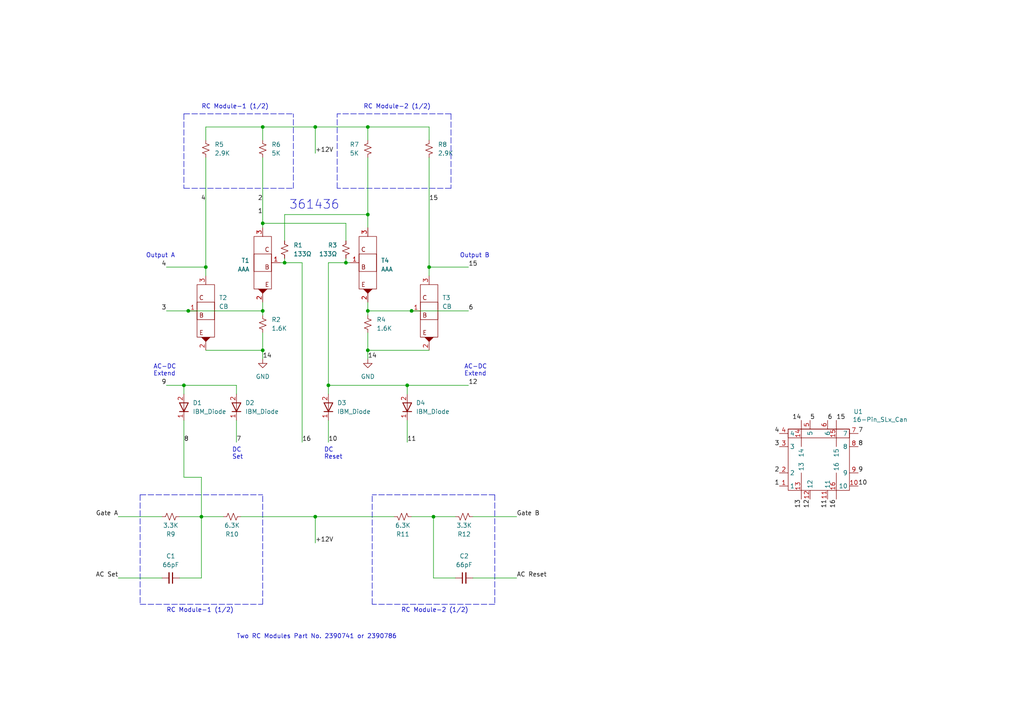
<source format=kicad_sch>
(kicad_sch (version 20211123) (generator eeschema)
  (paper "A4")
  (lib_symbols
    (symbol "Device:C_Small" (pin_numbers hide) (pin_names (offset 0.254) hide)
      (property "Reference" "C" (at 0.254 1.778 0))
      (property "Value" "C_Small" (at 0.254 -2.032 0))
      (symbol "C_Small_0_1"
        (polyline (pts (xy -1.524 -0.508) (xy 1.524 -0.508)) (stroke (width 0.3302)))
        (polyline (pts (xy -1.524 0.508) (xy 1.524 0.508)) (stroke (width 0.3048)))
      )
      (symbol "C_Small_1_1"
        (pin passive line (at 0 2.54 270) (length 2.032) (name "~") (number "1"))
        (pin passive line (at 0 -2.54 90) (length 2.032) (name "~") (number "2"))
      )
    )
    (symbol "Device:R_Small_US" (pin_numbers hide) (pin_names (offset 0.254) hide)
      (property "Reference" "R" (at 0.762 0.508 0))
      (property "Value" "R_Small_US" (at 0.762 -1.016 0))
      (symbol "R_Small_US_1_1"
        (polyline (pts (xy 0 0) (xy 1.016 -0.381) (xy 0 -0.762) (xy -1.016 -1.143) (xy 0 -1.524)))
        (polyline (pts (xy 0 1.524) (xy 1.016 1.143) (xy 0 0.762) (xy -1.016 0.381) (xy 0 0)))
        (pin passive line (at 0 2.54 270) (length 1.016) (name "~") (number "1"))
        (pin passive line (at 0 -2.54 90) (length 1.016) (name "~") (number "2"))
      )
    )
    (symbol "IBM_SLT-SLD:16-Pin_SLx_Can"
      (property "Reference" "U" (at 0 -2.54 0))
      (property "Value" "16-Pin_SLx_Can" (at 0 0 0))
      (symbol "16-Pin_SLx_Can_0_1"
        (rectangle (start -8.89 8.89) (end 8.89 -8.89))
        (rectangle (start -8.89 8.89) (end 8.89 6.35))
      )
      (symbol "16-Pin_SLx_Can_1_1"
        (pin passive line (at -11.43 -7.62 0) (length 2.54) (name "1") (number "1"))
        (pin passive line (at 11.43 -7.62 180) (length 2.54) (name "10") (number "10"))
        (pin passive line (at 2.54 -11.43 90) (length 2.54) (name "11") (number "11"))
        (pin passive line (at -2.54 -11.43 90) (length 2.54) (name "12") (number "12"))
        (pin passive line (at -5.08 -11.43 90) (length 7.62) (name "13") (number "13"))
        (pin passive line (at -5.08 11.43 270) (length 7.62) (name "14") (number "14"))
        (pin passive line (at 5.08 11.43 270) (length 7.62) (name "15") (number "15"))
        (pin passive line (at 5.08 -11.43 90) (length 7.62) (name "16") (number "16"))
        (pin passive line (at -11.43 -3.81 0) (length 2.54) (name "2") (number "2"))
        (pin passive line (at -11.43 3.81 0) (length 2.54) (name "3") (number "3"))
        (pin passive line (at -11.43 7.62 0) (length 2.54) (name "4") (number "4"))
        (pin passive line (at -2.54 11.43 270) (length 2.54) (name "5") (number "5"))
        (pin passive line (at 2.54 11.43 270) (length 2.54) (name "6") (number "6"))
        (pin passive line (at 11.43 7.62 180) (length 2.54) (name "7") (number "7"))
        (pin passive line (at 11.43 3.81 180) (length 2.54) (name "8") (number "8"))
        (pin passive line (at 11.43 -3.81 180) (length 2.54) (name "9") (number "9"))
      )
    )
    (symbol "IBM_SLT-SLD:IBM_Diode"
      (property "Reference" "D" (at 0 5.08 0))
      (property "Value" "IBM_Diode" (at 0 2.54 0))
      (symbol "IBM_Diode_0_1"
        (polyline (pts (xy -1.27 1.27) (xy -1.27 -1.27)) (stroke (width 0.254)))
        (polyline (pts (xy 1.27 0) (xy -1.27 0)))
        (polyline (pts (xy 1.27 1.27) (xy 1.27 -1.27) (xy -1.27 0) (xy 1.27 1.27)) (stroke (width 0.254)))
      )
      (symbol "IBM_Diode_1_1"
        (pin passive line (at -3.81 0 0) (length 2.54) (name "K") (number "1"))
        (pin passive line (at 3.81 0 180) (length 2.54) (name "A") (number "2"))
      )
    )
    (symbol "IBM_SLT-SLD:T_DB"
      (property "Reference" "T" (at 0 5.08 0))
      (property "Value" "T_DB" (at 7.62 8.89 0))
      (symbol "T_DB_0_0"
        (text "B" (at -1.27 -1.27 0) (effects (font (size 1.27 1.27))))
        (text "C" (at -1.27 3.81 0) (effects (font (size 1.27 1.27))))
        (text "E" (at -1.27 -6.35 0) (effects (font (size 1.27 1.27))))
      )
      (symbol "T_DB_0_1"
        (rectangle (start -2.54 2.54) (end 2.54 -2.54))
        (rectangle (start -2.54 7.62) (end 2.54 -7.62))
        (polyline (pts (xy -1.27 -7.62) (xy 0 -8.89) (xy 1.27 -7.62)) (fill (type outline)))
      )
      (symbol "T_DB_1_1"
        (pin passive line (at -5.08 0 0) (length 2.54) (name "B") (number "1"))
        (pin passive line (at 0 -11.43 90) (length 2.54) (name "E") (number "2"))
        (pin passive line (at 0 10.16 270) (length 2.54) (name "C") (number "3"))
      )
    )
    (symbol "power:GND" (power) (pin_names (offset 0))
      (property "Value" "GND" (at 0 -3.81 0))
      (symbol "GND_0_1"
        (polyline (pts (xy 0 0) (xy 0 -1.27) (xy 1.27 -1.27) (xy 0 -2.54) (xy -1.27 -1.27) (xy 0 -1.27)))
      )
      (symbol "GND_1_1"
        (pin power_in line (at 0 0 270) (length 0) hide (name "GND") (number "1"))
      )
    )
  )
  (junction (at 100.33 76.2))
  (junction (at 53.34 111.76))
  (junction (at 106.68 62.23))
  (junction (at 95.25 111.76))
  (junction (at 118.11 111.76))
  (junction (at 76.2 90.17))
  (junction (at 125.73 149.86))
  (junction (at 106.68 90.17))
  (junction (at 119.38 90.17))
  (junction (at 54.61 90.17))
  (junction (at 59.69 77.47))
  (junction (at 76.2 101.6))
  (junction (at 76.2 64.77))
  (junction (at 76.2 36.83))
  (junction (at 91.44 149.86))
  (junction (at 124.46 77.47))
  (junction (at 106.68 36.83))
  (junction (at 82.55 76.2))
  (junction (at 58.42 149.86))
  (junction (at 106.68 101.6))
  (junction (at 91.44 36.83))
  (polyline (pts (xy 143.51 143.51) (xy 143.51 175.26)))
  (wire (pts (xy 91.44 149.86) (xy 114.3 149.86)))
  (wire (pts (xy 106.68 96.52) (xy 106.68 101.6)))
  (wire (pts (xy 132.08 167.64) (xy 125.73 167.64)))
  (wire (pts (xy 106.68 101.6) (xy 106.68 104.14)))
  (wire (pts (xy 118.11 111.76) (xy 95.25 111.76)))
  (wire (pts (xy 82.55 76.2) (xy 87.63 76.2)))
  (wire (pts (xy 125.73 149.86) (xy 132.08 149.86)))
  (polyline (pts (xy 40.64 143.51) (xy 76.2 143.51)))
  (polyline (pts (xy 53.34 54.61) (xy 85.09 54.61)))
  (wire (pts (xy 82.55 69.85) (xy 82.55 62.23)))
  (wire (pts (xy 82.55 62.23) (xy 106.68 62.23)))
  (polyline (pts (xy 130.81 33.02) (xy 130.81 54.61)))
  (wire (pts (xy 100.33 69.85) (xy 100.33 64.77)))
  (wire (pts (xy 53.34 121.92) (xy 53.34 138.43)))
  (wire (pts (xy 48.26 90.17) (xy 54.61 90.17)))
  (wire (pts (xy 101.6 76.2) (xy 100.33 76.2)))
  (wire (pts (xy 95.25 76.2) (xy 95.25 111.76)))
  (wire (pts (xy 106.68 87.63) (xy 106.68 90.17)))
  (wire (pts (xy 124.46 45.72) (xy 124.46 77.47)))
  (wire (pts (xy 58.42 138.43) (xy 58.42 149.86)))
  (polyline (pts (xy 85.09 54.61) (xy 85.09 33.02)))
  (wire (pts (xy 53.34 111.76) (xy 68.58 111.76)))
  (wire (pts (xy 149.86 167.64) (xy 137.16 167.64)))
  (wire (pts (xy 81.28 76.2) (xy 82.55 76.2)))
  (wire (pts (xy 76.2 36.83) (xy 91.44 36.83)))
  (polyline (pts (xy 53.34 33.02) (xy 53.34 54.61)))
  (wire (pts (xy 76.2 36.83) (xy 76.2 40.64)))
  (wire (pts (xy 58.42 167.64) (xy 58.42 149.86)))
  (wire (pts (xy 58.42 149.86) (xy 52.07 149.86)))
  (polyline (pts (xy 40.64 175.26) (xy 76.2 175.26)))
  (wire (pts (xy 59.69 77.47) (xy 48.26 77.47)))
  (polyline (pts (xy 130.81 33.02) (xy 97.79 33.02)))
  (wire (pts (xy 124.46 36.83) (xy 106.68 36.83)))
  (wire (pts (xy 59.69 36.83) (xy 59.69 40.64)))
  (polyline (pts (xy 107.95 175.26) (xy 107.95 143.51)))
  (wire (pts (xy 68.58 121.92) (xy 68.58 128.27)))
  (wire (pts (xy 76.2 90.17) (xy 76.2 91.44)))
  (wire (pts (xy 118.11 111.76) (xy 135.89 111.76)))
  (wire (pts (xy 124.46 77.47) (xy 124.46 80.01)))
  (wire (pts (xy 100.33 76.2) (xy 100.33 74.93)))
  (wire (pts (xy 53.34 114.3) (xy 53.34 111.76)))
  (wire (pts (xy 76.2 87.63) (xy 76.2 90.17)))
  (wire (pts (xy 95.25 121.92) (xy 95.25 128.27)))
  (wire (pts (xy 149.86 149.86) (xy 137.16 149.86)))
  (wire (pts (xy 125.73 149.86) (xy 119.38 149.86)))
  (wire (pts (xy 68.58 114.3) (xy 68.58 111.76)))
  (wire (pts (xy 124.46 36.83) (xy 124.46 40.64)))
  (wire (pts (xy 106.68 62.23) (xy 106.68 66.04)))
  (wire (pts (xy 106.68 90.17) (xy 106.68 91.44)))
  (wire (pts (xy 59.69 77.47) (xy 59.69 80.01)))
  (wire (pts (xy 58.42 149.86) (xy 64.77 149.86)))
  (wire (pts (xy 76.2 96.52) (xy 76.2 101.6)))
  (wire (pts (xy 76.2 45.72) (xy 76.2 64.77)))
  (wire (pts (xy 100.33 76.2) (xy 95.25 76.2)))
  (wire (pts (xy 125.73 167.64) (xy 125.73 149.86)))
  (wire (pts (xy 106.68 101.6) (xy 124.46 101.6)))
  (polyline (pts (xy 143.51 143.51) (xy 107.95 143.51)))
  (wire (pts (xy 53.34 138.43) (xy 58.42 138.43)))
  (wire (pts (xy 69.85 149.86) (xy 91.44 149.86)))
  (wire (pts (xy 48.26 111.76) (xy 53.34 111.76)))
  (wire (pts (xy 100.33 64.77) (xy 76.2 64.77)))
  (polyline (pts (xy 143.51 175.26) (xy 107.95 175.26)))
  (polyline (pts (xy 130.81 54.61) (xy 97.79 54.61)))
  (polyline (pts (xy 97.79 54.61) (xy 97.79 33.02)))
  (polyline (pts (xy 53.34 33.02) (xy 85.09 33.02)))
  (polyline (pts (xy 76.2 175.26) (xy 76.2 143.51)))
  (wire (pts (xy 91.44 36.83) (xy 91.44 44.45)))
  (wire (pts (xy 118.11 121.92) (xy 118.11 128.27)))
  (polyline (pts (xy 40.64 143.51) (xy 40.64 175.26)))
  (wire (pts (xy 76.2 64.77) (xy 76.2 66.04)))
  (wire (pts (xy 91.44 36.83) (xy 106.68 36.83)))
  (wire (pts (xy 82.55 76.2) (xy 82.55 74.93)))
  (wire (pts (xy 34.29 167.64) (xy 46.99 167.64)))
  (wire (pts (xy 76.2 101.6) (xy 76.2 104.14)))
  (wire (pts (xy 95.25 111.76) (xy 95.25 114.3)))
  (wire (pts (xy 54.61 90.17) (xy 76.2 90.17)))
  (wire (pts (xy 59.69 45.72) (xy 59.69 77.47)))
  (wire (pts (xy 106.68 90.17) (xy 119.38 90.17)))
  (wire (pts (xy 59.69 36.83) (xy 76.2 36.83)))
  (wire (pts (xy 106.68 36.83) (xy 106.68 40.64)))
  (wire (pts (xy 34.29 149.86) (xy 46.99 149.86)))
  (wire (pts (xy 91.44 149.86) (xy 91.44 157.48)))
  (wire (pts (xy 59.69 101.6) (xy 76.2 101.6)))
  (wire (pts (xy 106.68 45.72) (xy 106.68 62.23)))
  (wire (pts (xy 119.38 90.17) (xy 135.89 90.17)))
  (wire (pts (xy 87.63 76.2) (xy 87.63 128.27)))
  (wire (pts (xy 124.46 77.47) (xy 135.89 77.47)))
  (wire (pts (xy 52.07 167.64) (xy 58.42 167.64)))
  (wire (pts (xy 118.11 114.3) (xy 118.11 111.76)))
  (text "DC\nSet" (at 67.31 133.35 0) (effects (font (size 1.27 1.27)) (justify left bottom)))
  (text "RC Module-1 (1/2)" (at 58.42 31.75 0) (effects (font (size 1.27 1.27)) (justify left bottom)))
  (text "DC\nReset" (at 93.98 133.35 0) (effects (font (size 1.27 1.27)) (justify left bottom)))
  (text "AC-DC\nExtend" (at 134.62 109.22 0) (effects (font (size 1.27 1.27)) (justify left bottom)))
  (text "Two RC Modules Part No. 2390741 or 2390786" (at 68.58 185.42 0) (effects (font (size 1.27 1.27)) (justify left bottom)))
  (text "RC Module-2 (1/2)" (at 135.89 177.8 180) (effects (font (size 1.27 1.27)) (justify right bottom)))
  (text "361436" (at 83.82 60.96 0) (effects (font (size 2.54 2.54)) (justify left bottom)))
  (text "Output B" (at 133.35 74.93 0) (effects (font (size 1.27 1.27)) (justify left bottom)))
  (text "Output A" (at 50.8 74.93 180) (effects (font (size 1.27 1.27)) (justify right bottom)))
  (text "AC-DC\nExtend" (at 44.45 109.22 0) (effects (font (size 1.27 1.27)) (justify left bottom)))
  (text "RC Module-1 (1/2)" (at 48.26 177.8 0) (effects (font (size 1.27 1.27)) (justify left bottom)))
  (text "RC Module-2 (1/2)" (at 105.41 31.75 0) (effects (font (size 1.27 1.27)) (justify left bottom)))
  (label "9" (at 248.92 137.16 0))
  (label "12" (at 135.89 111.76 0))
  (label "7" (at 248.92 125.73 0))
  (label "14" (at 106.68 104.14 0))
  (label "8" (at 53.34 128.27 0))
  (label "2" (at 76.2 58.42 180))
  (label "1" (at 76.2 62.23 180))
  (label "Gate A" (at 34.29 149.86 180))
  (label "3" (at 48.26 90.17 180))
  (label "5" (at 234.95 121.92 0))
  (label "9" (at 48.26 111.76 180))
  (label "11" (at 240.03 144.78 270))
  (label "14" (at 232.41 121.92 180))
  (label "15" (at 124.46 58.42 0))
  (label "AC Set" (at 34.29 167.64 180))
  (label "11" (at 118.11 128.27 0))
  (label "10" (at 95.25 128.27 0))
  (label "Gate B" (at 149.86 149.86 0))
  (label "15" (at 242.57 121.92 0))
  (label "4" (at 226.06 125.73 180))
  (label "10" (at 248.92 140.97 0))
  (label "+12V" (at 91.44 44.45 0))
  (label "3" (at 226.06 129.54 180))
  (label "16" (at 87.63 128.27 0))
  (label "16" (at 242.57 144.78 270))
  (label "AC Reset" (at 149.86 167.64 0))
  (label "8" (at 248.92 129.54 0))
  (label "13" (at 232.41 144.78 270))
  (label "1" (at 226.06 140.97 180))
  (label "+12V" (at 91.44 157.48 0))
  (label "4" (at 48.26 77.47 180))
  (label "6" (at 135.89 90.17 0))
  (label "12" (at 234.95 144.78 270))
  (label "7" (at 68.58 128.27 0))
  (label "14" (at 76.2 104.14 0))
  (label "2" (at 226.06 137.16 180))
  (label "6" (at 240.03 121.92 0))
  (label "4" (at 59.69 58.42 180))
  (label "15" (at 135.89 77.47 0))
  (symbol (lib_id "IBM_SLT-SLD:IBM_Diode") (at 95.25 118.11 90) (unit 1)
    (property "Reference" "D3" (at 97.79 116.8399 90) (effects (justify right)))
    (property "Value" "IBM_Diode" (at 97.79 119.3799 90) (effects (justify right)))
  )
  (symbol (lib_id "IBM_SLT-SLD:T_DB") (at 59.69 90.17 0) (unit 1)
    (property "Reference" "T2" (at 63.5 86.36 0) (effects (justify left)))
    (property "Value" "CB" (at 63.5 88.9 0) (effects (justify left)))
    (property "Footprint" "Package_DFN_QFN:Diodes_DFN1006-3" (effects hide))
  )
  (symbol (lib_id "IBM_SLT-SLD:T_DB") (at 124.46 90.17 0) (unit 1)
    (property "Reference" "T3" (at 128.27 86.36 0) (effects (justify left)))
    (property "Value" "CB" (at 128.27 88.9 0) (effects (justify left)))
    (property "Footprint" "Package_DFN_QFN:Diodes_DFN1006-3" (effects hide))
  )
  (symbol (lib_id "Device:R_Small_US") (at 124.46 43.18 0) (mirror y) (unit 1)
    (property "Reference" "R8" (at 127 41.9099 0) (effects (justify right)))
    (property "Value" "2.9K" (at 127 44.4499 0) (effects (justify right)))
  )
  (symbol (lib_id "Device:R_Small_US") (at 134.62 149.86 90) (mirror x) (unit 1)
    (property "Reference" "R12" (at 134.62 154.94 90))
    (property "Value" "3.3K" (at 134.62 152.4 90))
  )
  (symbol (lib_id "IBM_SLT-SLD:IBM_Diode") (at 118.11 118.11 90) (unit 1)
    (property "Reference" "D4" (at 120.65 116.8399 90) (effects (justify right)))
    (property "Value" "IBM_Diode" (at 120.65 119.3799 90) (effects (justify right)))
  )
  (symbol (lib_id "Device:R_Small_US") (at 106.68 43.18 0) (mirror y) (unit 1)
    (property "Reference" "R7" (at 104.14 41.9099 0) (effects (justify left)))
    (property "Value" "5K" (at 104.14 44.4499 0) (effects (justify left)))
  )
  (symbol (lib_id "Device:R_Small_US") (at 49.53 149.86 270) (unit 1)
    (property "Reference" "R9" (at 49.53 154.94 90))
    (property "Value" "3.3K" (at 49.53 152.4 90))
  )
  (symbol (lib_id "Device:R_Small_US") (at 106.68 93.98 0) (unit 1)
    (property "Reference" "R4" (at 109.22 92.7099 0) (effects (justify left)))
    (property "Value" "1.6K" (at 109.22 95.2499 0) (effects (justify left)))
  )
  (symbol (lib_id "Device:R_Small_US") (at 67.31 149.86 270) (unit 1)
    (property "Reference" "R10" (at 67.31 154.94 90))
    (property "Value" "6.3K" (at 67.31 152.4 90))
  )
  (symbol (lib_id "Device:R_Small_US") (at 76.2 43.18 0) (unit 1)
    (property "Reference" "R6" (at 78.74 41.9099 0) (effects (justify left)))
    (property "Value" "5K" (at 78.74 44.4499 0) (effects (justify left)))
  )
  (symbol (lib_id "Device:C_Small") (at 134.62 167.64 90) (mirror x) (unit 1)
    (property "Reference" "C2" (at 134.6263 161.29 90))
    (property "Value" "66pF" (at 134.6263 163.83 90))
  )
  (symbol (lib_id "Device:C_Small") (at 49.53 167.64 270) (unit 1)
    (property "Reference" "C1" (at 49.5236 161.29 90))
    (property "Value" "66pF" (at 49.5236 163.83 90))
  )
  (symbol (lib_id "IBM_SLT-SLD:T_DB") (at 76.2 76.2 0) (mirror y) (unit 1)
    (property "Reference" "T1" (at 72.39 75.5649 0) (effects (justify left)))
    (property "Value" "AAA" (at 72.39 78.1049 0) (effects (justify left)))
    (property "Footprint" "Package_DFN_QFN:Diodes_DFN1006-3" (effects hide))
  )
  (symbol (lib_id "Device:R_Small_US") (at 76.2 93.98 0) (unit 1)
    (property "Reference" "R2" (at 78.74 92.7099 0) (effects (justify left)))
    (property "Value" "1.6K" (at 78.74 95.2499 0) (effects (justify left)))
  )
  (symbol (lib_id "IBM_SLT-SLD:IBM_Diode") (at 53.34 118.11 90) (unit 1)
    (property "Reference" "D1" (at 55.88 116.8399 90) (effects (justify right)))
    (property "Value" "IBM_Diode" (at 55.88 119.3799 90) (effects (justify right)))
  )
  (symbol (lib_id "Device:R_Small_US") (at 82.55 72.39 0) (unit 1)
    (property "Reference" "R1" (at 85.09 71.1199 0) (effects (justify left)))
    (property "Value" "133Ω" (at 85.09 73.6599 0) (effects (justify left)))
  )
  (symbol (lib_id "Device:R_Small_US") (at 116.84 149.86 90) (mirror x) (unit 1)
    (property "Reference" "R11" (at 116.84 154.94 90))
    (property "Value" "6.3K" (at 116.84 152.4 90))
  )
  (symbol (lib_id "power:GND") (at 76.2 104.14 0) (unit 1)
    (property "Reference" "#PWR?" (effects hide))
    (property "Value" "GND" (at 76.2 109.22 0))
  )
  (symbol (lib_id "Device:R_Small_US") (at 100.33 72.39 0) (mirror y) (unit 1)
    (property "Reference" "R3" (at 97.79 71.1199 0) (effects (justify left)))
    (property "Value" "133Ω" (at 97.79 73.6599 0) (effects (justify left)))
  )
  (symbol (lib_id "Device:R_Small_US") (at 59.69 43.18 0) (unit 1)
    (property "Reference" "R5" (at 62.23 41.9099 0) (effects (justify left)))
    (property "Value" "2.9K" (at 62.23 44.4499 0) (effects (justify left)))
  )
  (symbol (lib_id "IBM_SLT-SLD:T_DB") (at 106.68 76.2 0) (unit 1)
    (property "Reference" "T4" (at 110.49 75.5649 0) (effects (justify left)))
    (property "Value" "AAA" (at 110.49 78.1049 0) (effects (justify left)))
    (property "Footprint" "Package_DFN_QFN:Diodes_DFN1006-3" (effects hide))
  )
  (symbol (lib_id "power:GND") (at 106.68 104.14 0) (unit 1)
    (property "Reference" "#PWR?" (effects hide))
    (property "Value" "GND" (at 106.68 109.22 0))
  )
  (symbol (lib_id "IBM_SLT-SLD:IBM_Diode") (at 68.58 118.11 90) (unit 1)
    (property "Reference" "D2" (at 71.12 116.8399 90) (effects (justify right)))
    (property "Value" "IBM_Diode" (at 71.12 119.3799 90) (effects (justify right)))
  )
  (symbol (lib_id "IBM_SLT-SLD:16-Pin_SLx_Can") (at 237.49 133.35 0) (unit 1)
    (property "Reference" "U1" (at 248.92 119.38 0))
    (property "Value" "16-Pin_SLx_Can" (at 255.27 121.6912 0))
  )
)
</source>
